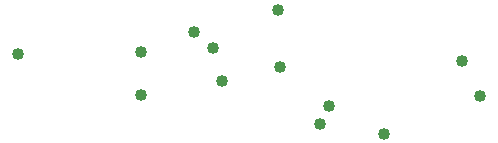
<source format=gbr>
G04 DipTrace 2.2.0.9*
%INBottomPaste.gbr*%
%MOMM*%
%ADD33C,1.016*%
%FSLAX53Y53*%
%SFA1B1*%
%OFA0B0*%
G04*
G71*
G90*
G75*
G01*
%LNBotPaste*%
%LPD*%
D33*
X37014Y16863D3*
X41742Y22910D3*
X58833Y15583D3*
X19714Y19137D3*
X50738Y12404D3*
X57291Y18521D3*
X46076Y14755D3*
X41923Y18070D3*
X34638Y21005D3*
X45301Y13179D3*
X36240Y19613D3*
X30131Y15682D3*
Y19295D3*
M02*

</source>
